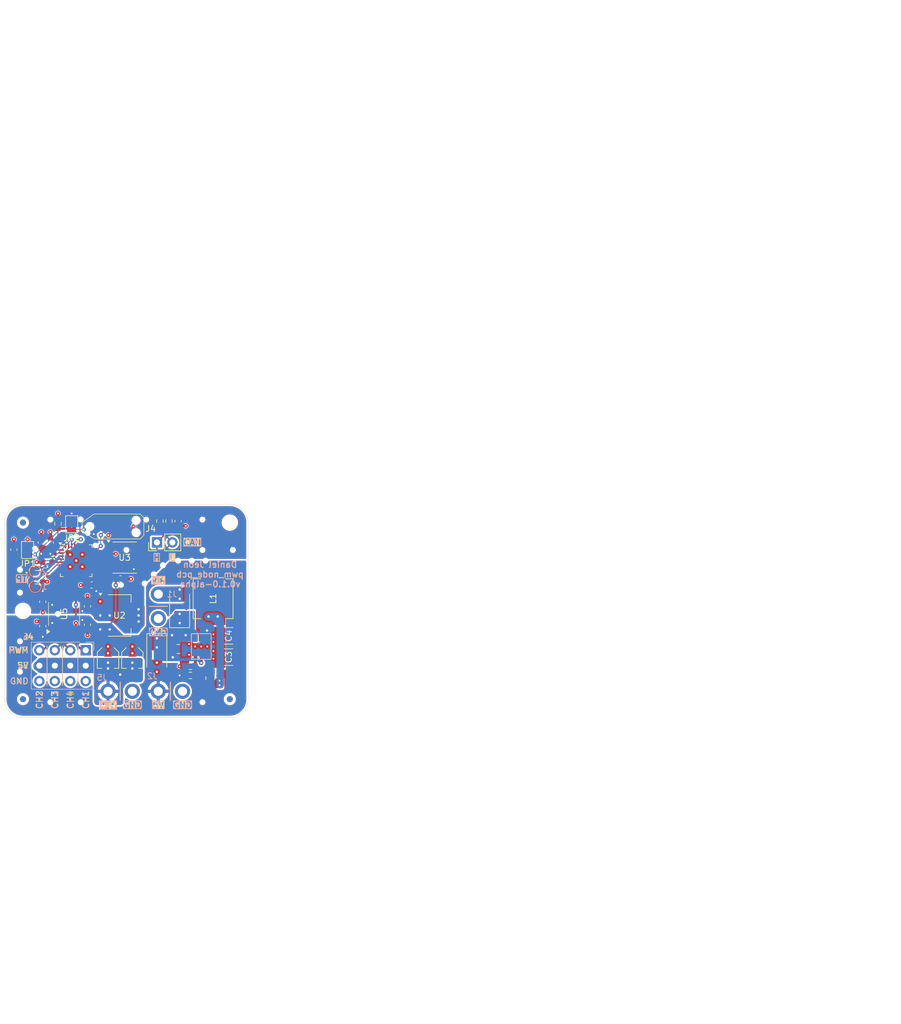
<source format=kicad_pcb>
(kicad_pcb (version 20241229) (generator "pcbnew") (generator_version "9.0")
  (title_block (title "pwm_node_pcb") (rev "0.1.0-alpha") (company "Daniel Jeon"))
  (layers (0 "F.Cu" signal) (4 "In1.Cu" power) (6 "In2.Cu" power) (2 "B.Cu" signal) (13 "F.Paste" user) (15 "B.Paste" user) (5 "F.SilkS" user "F.Silkscreen") (7 "B.SilkS" user "B.Silkscreen") (1 "F.Mask" user) (3 "B.Mask" user) (25 "Edge.Cuts" user))
  (net 0 "")
  (net 1 "GND")
  (net 2 "+5V")
  (net 3 "+3V3")
  (net 4 "+VSUPPLY")
  (net 5 "/NRST")
  (net 6 "/CAN1-")
  (net 7 "/CAN1+")
  (net 8 "/SWCLK")
  (net 9 "/SWDIO")
  (net 10 "/SWO")
  (net 11 "/PWM1_{5V}")
  (net 12 "/PWM2_{5V}")
  (net 13 "/PWM3_{5V}")
  (net 14 "/PWM4_{5V}")
  (net 15 "/BOOT0")
  (net 16 "/CAN1_TX")
  (net 17 "/CAN1_RX")
  (net 18 "/BUCK_SW")
  (net 19 "/TIM1_CH1")
  (net 20 "/TIM1_CH2")
  (net 21 "/TIM1_CH4")
  (net 22 "/TIM1_CH3")
  (net 25 "/USART1_RX")
  (net 30 "/USART1_TX")
  (net 38 "Net-(C13-Pad1)")
  (net 39 "Net-(D1-A)")
  (net 42 "Net-(U4-PA0)")
  (net 43 "Net-(U1-CB)")
  (net 44 "Net-(U1-FB)")
  (net 46 "+V_LOAD")
  (footprint "Diode_SMD:D_SMA" (layer "F.Cu") (at 165.5 112.5 90)
    (property "Reference" "D1" (hide yes))
    (property "Value" "Schottky")
  )
  (footprint "Capacitor_SMD:C_0603_1608Metric" (layer "F.Cu") (at 142.75 102.025 90)
    (property "Reference" "C11" (hide yes))
    (property "Value" "4u7")
  )
  (footprint "Capacitor_SMD:C_0603_1608Metric" (layer "F.Cu") (at 165.25 98.5 -90)
    (property "Reference" "C13" (hide yes))
    (property "Value" "4n7")
  )
  (footprint "Fiducial:Fiducial_1mm_Mask2mm" (layer "F.Cu") (at 139.75 127.75)
    (property "Reference" "FM2" (hide yes))
    (property "Value" "1mm")
  )
  (footprint "pwm_node_inductor:vishay_ihlp-2525cz" (layer "F.Cu") (at 171 111.25 90)
    (property "Reference" "L1")
    (property "Value" "6u8")
  )
  (footprint "Capacitor_SMD:C_0603_1608Metric" (layer "F.Cu") (at 143 115.75 90)
    (property "Reference" "C14" (hide yes))
    (property "Value" "100n")
  )
  (footprint "Resistor_SMD:R_0603_1608Metric" (layer "F.Cu") (at 167.275 123.85 180)
    (property "Reference" "R1" (hide yes))
    (property "Value" "100k")
  )
  (footprint "Capacitor_SMD:C_Elec_3x5.4" (layer "F.Cu") (at 153.73 120.925 -90)
    (property "Reference" "C17" (hide yes))
    (property "Value" "2200u")
  )
  (footprint "Resistor_SMD:R_0603_1608Metric" (layer "F.Cu") (at 163.75 98.5 90)
    (property "Reference" "R3" (hide yes))
    (property "Value" "60R")
  )
  (footprint "Jumper:SolderJumper-2_P1.3mm_Open_TrianglePad1.0x1.5mm" (layer "F.Cu") (at 147.75 99.025 -90)
    (property "Reference" "JP2")
    (property "Value" "Open")
  )
  (footprint "Capacitor_SMD:C_0603_1608Metric" (layer "F.Cu") (at 144.25 102.025 90)
    (property "Reference" "C8" (hide yes))
    (property "Value" "100n")
  )
  (footprint "Capacitor_SMD:C_Elec_3x5.4" (layer "F.Cu") (at 157.73 120.925 -90)
    (property "Reference" "C16" (hide yes))
    (property "Value" "2200u")
  )
  (footprint "Capacitor_SMD:C_0805_2012Metric" (layer "F.Cu") (at 170.55 124.3 -90)
    (property "Reference" "C1" (hide yes))
    (property "Value" "100n")
  )
  (footprint "Diode_SMD:D_SMA" (layer "F.Cu") (at 161.75 120.5 -90)
    (property "Reference" "D2" (hide yes))
    (property "Value" "TVS")
  )
  (footprint "Fiducial:Fiducial_1mm_Mask2mm" (layer "F.Cu") (at 173.75 127.75)
    (property "Reference" "FM3" (hide yes))
    (property "Value" "1mm")
  )
  (footprint "Resistor_SMD:R_0603_1608Metric" (layer "F.Cu") (at 167.275 122.35 180)
    (property "Reference" "R2" (hide yes))
    (property "Value" "13k7")
  )
  (footprint "Capacitor_SMD:C_0603_1608Metric" (layer "F.Cu") (at 151.025 109 180)
    (property "Reference" "C10" (hide yes))
    (property "Value" "100n")
  )
  (footprint "Capacitor_SMD:C_1210_3225Metric" (layer "F.Cu") (at 173.55 120.85)
    (property "Reference" "C3")
    (property "Value" "22u")
  )
  (footprint "Connector_PinHeader_2.54mm:PinHeader_1x02_P2.54mm_Vertical" (layer "F.Cu") (at 161.77 102 90)
    (property "Reference" "J4")
    (property "Value" "CAN1")
  )
  (footprint "ti_buck:lmr51430" (layer "F.Cu") (at 169.05 119.1 -90)
    (property "Reference" "U1" (hide yes))
    (property "Value" "LMR51430")
  )
  (footprint "Capacitor_SMD:C_0603_1608Metric" (layer "F.Cu") (at 150.35 112.5 90)
    (property "Reference" "C6" (hide yes))
    (property "Value" "10u")
  )
  (footprint "Capacitor_SMD:C_0805_2012Metric" (layer "F.Cu") (at 165.3 119.521)
    (property "Reference" "C2" (hide yes))
    (property "Value" "2u2")
  )
  (footprint "Capacitor_SMD:C_0603_1608Metric" (layer "F.Cu") (at 143 111.75 -90)
    (property "Reference" "C15" (hide yes))
    (property "Value" "100n")
  )
  (footprint "Fiducial:Fiducial_1mm_Mask2mm" (layer "F.Cu") (at 139.75 98.75)
    (property "Reference" "FM1" (hide yes))
    (property "Value" "1mm")
  )
  (footprint "Capacitor_SMD:C_0603_1608Metric" (layer "F.Cu") (at 138.25 103.2 -90)
    (property "Reference" "C12" (hide yes))
    (property "Value" "100n")
  )
  (footprint "Oscillator:Oscillator_SMD_ECS_2520MV-xxx-xx-4Pin_2.5x2.0mm" (layer "F.Cu") (at 142.075 107.725 90)
    (property "Reference" "Y1" (hide yes))
    (property "Value" "ECS-2520MV-080-BN")
  )
  (footprint "Jumper:SolderJumper-2_P1.3mm_Open_TrianglePad1.0x1.5mm" (layer "F.Cu") (at 140.5 103.25 -90)
    (property "Reference" "JP1")
    (property "Value" "Open")
  )
  (footprint "Package_TO_SOT_SMD:SOT-223-3_TabPin2" (layer "F.Cu") (at 155.6 114)
    (property "Reference" "U2")
    (property "Value" "LD1117S33CTR")
  )
  (footprint "stm32l4:QFN-32-1EP_5x5mm_P0.5mm_EP3.45x3.45mm" (layer "F.Cu") (at 148.5 105)
    (property "Reference" "U4" (hide yes))
    (property "Value" "STM32L432KCU")
  )
  (footprint "MountingHole:MountingHole_2.2mm_M2" (layer "F.Cu") (at 139.75 113.25)
    (property "Reference" "H1" (hide yes))
    (property "Value" "M2")
  )
  (footprint "Resistor_SMD:R_0603_1608Metric" (layer "F.Cu") (at 162.25 98.5 90)
    (property "Reference" "R4" (hide yes))
    (property "Value" "60R")
  )
  (footprint "common:txb0104qpwrq1" (layer "F.Cu") (at 146.5 113.75 90)
    (property "Reference" "U5")
    (property "Value" "TXB0104QPWRQ1")
  )
  (footprint "MountingHole:MountingHole_2.2mm_M2" (layer "F.Cu") (at 173.75 98.75)
    (property "Reference" "H2" (hide yes))
    (property "Value" "M2")
  )
  (footprint "Capacitor_SMD:C_1210_3225Metric" (layer "F.Cu") (at 173.55 117.35)
    (property "Reference" "C4")
    (property "Value" "22u")
  )
  (footprint "Resistor_SMD:R_0603_1608Metric" (layer "F.Cu") (at 145.5 98.925 90)
    (property "Reference" "R5" (hide yes))
    (property "Value" "10k")
  )
  (footprint "Capacitor_SMD:C_0603_1608Metric" (layer "F.Cu") (at 150.35 115.525 -90)
    (property "Reference" "C5" (hide yes))
    (property "Value" "100n")
  )
  (footprint "Capacitor_SMD:C_0603_1608Metric" (layer "F.Cu") (at 143.75 105.25 180)
    (property "Reference" "C9" (hide yes))
    (property "Value" "100n")
  )
  (footprint "nxp:sot96-1_soic-8" (layer "F.Cu") (at 156.465 104.5)
    (property "Reference" "U3")
    (property "Value" "TJA1051T/3")
  )
  (footprint "tag_connect:tag_connect_tc2050-idc-nl" (layer "F.Cu") (at 154.54 99.385)
    (property "Reference" "J3" (hide yes))
    (property "Value" "TC2050-IDC-NL")
  )
  (footprint "Capacitor_SMD:C_0603_1608Metric" (layer "F.Cu") (at 155.775 108)
    (property "Reference" "C7" (hide yes))
    (property "Value" "100n")
  )
  (footprint "pwm_node_connectors:battery" (layer "B.Cu") (at 155.73 126.46)
    (property "Reference" "J5")
    (property "Value" "Load Source")
  )
  (footprint "pwm_node_connectors:battery" (layer "B.Cu") (at 163.98 126.46)
    (property "Reference" "J2")
    (property "Value" "5V Breakout")
  )
  (footprint "TestPoint:TestPoint_Pad_D1.5mm" (layer "B.Cu") (at 141.75 109.25 180)
    (property "Reference" "TP1" (hide yes))
    (property "Value" "UART_RX")
  )
  (footprint "Fiducial:Fiducial_1mm_Mask2mm" (layer "B.Cu") (at 139.75 127.75 180)
    (property "Reference" "FM5" (hide yes))
    (property "Value" "1mm")
  )
  (footprint "pwm_node_connectors:battery" (layer "B.Cu") (at 162 112.5 -90)
    (property "Reference" "J1")
    (property "Value" "Battery")
  )
  (footprint "Fiducial:Fiducial_1mm_Mask2mm" (layer "B.Cu") (at 173.75 127.75 180)
    (property "Reference" "FM6" (hide yes))
    (property "Value" "1mm")
  )
  (footprint "Fiducial:Fiducial_1mm_Mask2mm" (layer "B.Cu") (at 139.75 98.75 180)
    (property "Reference" "FM4" (hide yes))
    (property "Value" "1mm")
  )
  (footprint "TestPoint:TestPoint_Pad_D1.5mm" (layer "B.Cu") (at 141.75 106.75 180)
    (property "Reference" "TP2" (hide yes))
    (property "Value" "UART_TX")
  )
  (footprint "pwm_node_connectors:3x4_2-54mm_breakout" (layer "B.Cu") (at 146.25 122.25 180)
    (property "Reference" "J6")
    (property "Value" "~")
  )
  (gr_line (start 163.5 112.5) (end 160.5 112.5) (stroke (width 0.15)) (layer "F.SilkS"))
  (gr_line (start 155.73 127.96) (end 155.73 124.96) (stroke (width 0.15)) (layer "F.SilkS"))
  (gr_line (start 163.98 127.96) (end 163.98 124.96) (stroke (width 0.15)) (layer "F.SilkS"))
  (gr_line (start 143.71 119) (end 143.71 125.5) (stroke (width 0.1)) (layer "F.SilkS"))
  (gr_line (start 146.25 119) (end 146.25 125.5) (stroke (width 0.1)) (layer "F.SilkS"))
  (gr_line (start 148.79 119) (end 148.79 125.5) (stroke (width 0.1)) (layer "F.SilkS"))
  (gr_line (start 148.79 119) (end 148.79 125.5) (stroke (width 0.1)) (layer "B.SilkS"))
  (gr_line (start 163.98 127.96) (end 163.98 124.96) (stroke (width 0.15)) (layer "B.SilkS"))
  (gr_line (start 143.71 119) (end 143.71 125.5) (stroke (width 0.1)) (layer "B.SilkS"))
  (gr_line (start 146.25 119) (end 146.25 125.5) (stroke (width 0.1)) (layer "B.SilkS"))
  (gr_line (start 163.5 112.5) (end 160.5 112.5) (stroke (width 0.15)) (layer "B.SilkS"))
  (gr_line (start 155.73 127.96) (end 155.73 124.96) (stroke (width 0.15)) (layer "B.SilkS"))
  (gr_arc (start 176.75 127.75) (mid 175.87132 129.87132) (end 173.75 130.75) (stroke (width 0.05)) (layer "Edge.Cuts"))
  (gr_arc (start 139.75 130.75) (mid 137.62868 129.87132) (end 136.75 127.75) (stroke (width 0.05)) (layer "Edge.Cuts"))
  (gr_line (start 139.75 95.75) (end 173.75 95.75) (stroke (width 0.05)) (layer "Edge.Cuts"))
  (gr_arc (start 173.75 95.75) (mid 175.87132 96.62868) (end 176.75 98.75) (stroke (width 0.05)) (layer "Edge.Cuts"))
  (gr_line (start 173.75 130.75) (end 139.75 130.75) (stroke (width 0.05)) (layer "Edge.Cuts"))
  (gr_line (start 136.75 127.75) (end 136.75 98.75) (stroke (width 0.05)) (layer "Edge.Cuts"))
  (gr_arc (start 136.75 98.75) (mid 137.62868 96.62868) (end 139.75 95.75) (stroke (width 0.05)) (layer "Edge.Cuts"))
  (gr_line (start 176.75 98.75) (end 176.75 127.75) (stroke (width 0.05)) (layer "Edge.Cuts"))
  (gr_text "GND" (at 165.98 128.71 0) (layer "F.SilkS" knockout) (effects (font (size 1 1) (thickness 0.2) (bold yes))))
  (gr_text "CH2" (at 142.44 126.25 90) (layer "F.SilkS") (effects (font (size 1 1)) (justify right)))
  (gr_text "PWM" (at 140.75 119.71 0) (layer "F.SilkS") (effects (font (size 1 1)) (justify right)))
  (gr_text "V+" (at 162 108.25 0) (layer "F.SilkS" knockout) (effects (font (size 1 1) (thickness 0.2) (bold yes))))
  (gr_text "L" (at 164.2725 104.5 0) (layer "F.SilkS" knockout) (effects (font (size 1 1) (thickness 0.2) (bold yes))))
  (gr_text "5V" (at 140.75 122.25 0) (layer "F.SilkS") (effects (font (size 1 1)) (justify right)))
  (gr_text "GND" (at 140.75 124.79 0) (layer "F.SilkS") (effects (font (size 1 1)) (justify right)))
  (gr_text "J4" (at 140.64 117.5 -0) (layer "F.SilkS") (effects (font (size 1 1))))
  (gr_text "V_{L}+" (at 153.73 128.71 0) (layer "F.SilkS" knockout) (effects (font (size 1 1) (thickness 0.2) (bold yes))))
  (gr_text "CH4" (at 147.52 126.25 90) (layer "F.SilkS") (effects (font (size 1 1)) (justify right)))
  (gr_text "CH1" (at 150.06 126.25 90) (layer "F.SilkS") (effects (font (size 1 1)) (justify right)))
  (gr_text "H" (at 161.7325 104.5 0) (layer "F.SilkS" knockout) (effects (font (size 1 1) (thickness 0.2) (bold yes))))
  (gr_text "5V" (at 161.98 128.71 0) (layer "F.SilkS" knockout) (effects (font (size 1 1) (thickness 0.2) (bold yes))))
  (gr_text "GND" (at 157.73 128.71 0) (layer "F.SilkS" knockout) (effects (font (size 1 1) (thickness 0.2) (bold yes))))
  (gr_text "CAN" (at 166 102 0) (layer "F.SilkS" knockout) (effects (font (size 1 1) (thickness 0.2) (bold yes)) (justify left)))
  (gr_text "CH3" (at 144.98 126.25 90) (layer "F.SilkS") (effects (font (size 1 1)) (justify right)))
  (gr_text "CH1" (at 150.06 126.25 270) (layer "B.SilkS") (effects (font (size 1 1)) (justify right mirror)))
  (gr_text "5V" (at 140.75 122.25 0) (layer "B.SilkS") (effects (font (size 1 1)) (justify left mirror)))
  (gr_text "CH4" (at 147.52 126.25 270) (layer "B.SilkS") (effects (font (size 1 1)) (justify right mirror)))
  (gr_text "V_{L}+" (at 153.73 128.71 0) (layer "B.SilkS" knockout) (effects (font (size 1 1) (thickness 0.2) (bold yes)) (justify mirror)))
  (gr_text "CH2" (at 142.44 126.25 270) (layer "B.SilkS") (effects (font (size 1 1)) (justify right mirror)))
  (gr_text "GND" (at 157.73 128.71 -0) (layer "B.SilkS" knockout) (effects (font (size 1 1) (thickness 0.2) (bold yes)) (justify mirror)))
  (gr_text "GND" (at 140.75 124.79 0) (layer "B.SilkS") (effects (font (size 1 1)) (justify left mirror)))
  (gr_text "PWM" (at 140.75 119.71 0) (layer "B.SilkS") (effects (font (size 1 1)) (justify left mirror)))
  (gr_text "H" (at 161.75 104.5 -0) (layer "B.SilkS" knockout) (effects (font (size 1 1) (thickness 0.2) (bold yes)) (justify mirror)))
  (gr_text "L" (at 164.25 104.5 -0) (layer "B.SilkS" knockout) (effects (font (size 1 1) (thickness 0.2) (bold yes)) (justify mirror)))
  (gr_text "Daniel Jeon\npwm_node_pcb\nv0.1.0-alpha" (at 170.5 107.25 0) (layer "B.SilkS") (effects (font (size 1 1) (thickness 0.2) (bold yes)) (justify mirror)))
  (gr_text "1" (at 142.7 109.25 0) (layer "B.SilkS") (effects (font (size 1 1)) (justify right mirror)))
  (gr_text "2" (at 142.7 106.75 0) (layer "B.SilkS") (effects (font (size 1 1)) (justify right mirror)))
  (gr_text "GND" (at 165.98 128.71 0) (layer "B.SilkS" knockout) (effects (font (size 1 1) (thickness 0.2) (bold yes)) (justify mirror)))
  (gr_text "TP" (at 140.5 108 0) (layer "B.SilkS" knockout) (effects (font (size 1 1) (thickness 0.2) (bold yes)) (justify left mirror)))
  (gr_text "CH3" (at 144.98 126.25 270) (layer "B.SilkS") (effects (font (size 1 1)) (justify right mirror)))
  (gr_text "5V" (at 161.98 128.71 0) (layer "B.SilkS" knockout) (effects (font (size 1 1) (thickness 0.2) (bold yes)) (justify mirror)))
  (gr_text "GND" (at 162 116.75 0) (layer "B.SilkS" knockout) (effects (font (size 1 1) (thickness 0.2) (bold yes)) (justify mirror)))
  (gr_text "CAN" (at 166 102 0) (layer "B.SilkS" knockout) (effects (font (size 1 1) (thickness 0.2) (bold yes)) (justify right mirror)))
  (gr_text "V+" (at 162 108.25 0) (layer "B.SilkS" knockout) (effects (font (size 1 1) (thickness 0.2) (bold yes)) (justify mirror)))
  (segment (start 148.45 115.25) (end 148.45 116.65) (width 0.3) (layer "F.Cu") (net 1))
  (segment (start 150.25 109) (end 149.25 109) (width 0.5) (layer "F.Cu") (net 1))
  (segment (start 142.75 100.3) (end 142.75 101.25) (width 0.5) (layer "F.Cu") (net 1))
  (segment (start 150.35 111.725) (end 152.425 111.725) (width 0.5) (layer "F.Cu") (net 1))
  (segment (start 157.279761 100.02) (end 157.08 100.02) (width 0.3) (layer "F.Cu") (net 1))
  (segment (start 143 112.525) (end 143 113.5) (width 0.5) (layer "F.Cu") (net 1))
  (segment (start 157.914762 99.384999) (end 157.279761 100.02) (width 0.3) (layer "F.Cu") (net 1))
  (segment (start 153.795849 100.803618) (end 153.795849 100.764151) (width 0.3) (layer "F.Cu") (net 1))
  (segment (start 138.25 102.425) (end 138.25 101.5) (width 0.5) (layer "F.Cu") (net 1))
  (segment (start 156.55 108) (end 157.5 108) (width 0.5) (layer "F.Cu") (net 1))
  (segment (start 166.5 99.275) (end 165.25 99.275) (width 0.5) (layer "F.Cu") (net 1))
  (segment (start 144.25 101.25) (end 144.25 100.3) (width 0.5) (layer "F.Cu") (net 1))
  (segment (start 145.5 98.1) (end 145.5 97.25) (width 0.5) (layer "F.Cu") (net 1))
  (segment (start 142.75 101.25) (end 144.25 101.25) (width 0.5) (layer "F.Cu") (net 1))
  (segment (start 146.75 102.5625) (end 145.5625 102.5625) (width 0.15) (layer "F.Cu") (net 1))
  (segment (start 142 114.975) (end 143 114.975) (width 0.5) (layer "F.Cu") (net 1))
  (segment (start 140.5 101.5) (end 140.5 102.525) (width 0.5) (layer "F.Cu") (net 1))
  (segment (start 155 103.865) (end 153.815 103.865) (width 0.3) (layer "F.Cu") (net 1))
  (segment (start 143.75 108.45) (end 143 108.45) (width 0.5) (layer "F.Cu") (net 1))
  (segment (start 153.795849 100.764151) (end 154.54 100.02) (width 0.3) (layer "F.Cu") (net 1))
  (segment (start 150.35 111.725) (end 150.35 110.75) (width 0.5) (layer "F.Cu") (net 1))
  (segment (start 145.5625 102.5625) (end 144.25 101.25) (width 0.15) (layer "F.Cu") (net 1))
  (segment (start 142 105.25) (end 142.975 105.25) (width 0.5) (layer "F.Cu") (net 1))
  (segment (start 165.5 122.35) (end 166.45 122.35) (width 0.5) (layer "F.Cu") (net 1))
  (segment (start 152.425 111.725) (end 152.45 111.7) (width 0.5) (layer "F.Cu") (net 1))
  (segment (start 150.35 116.3) (end 150.35 117.25) (width 0.5) (layer "F.Cu") (net 1))
  (segment (start 150.25 109) (end 150.25 107.4375) (width 0.15) (layer "F.Cu") (net 1))
  (via (at 142.75 100.3) (size 0.7) (drill 0.3) (layers "F.Cu" "B.Cu") (remove_unused_layers yes) (zone_layer_connections "In1.Cu" "In2.Cu") (net 1))
  (via (at 148.5 105) (size 0.9) (drill 0.4) (layers "F.Cu" "B.Cu") (remove_unused_layers yes) (zone_layer_connections "In1.Cu" "In2.Cu") (net 1))
  (via (at 161.75 121.75) (size 0.9) (drill 0.4) (layers "F.Cu" "B.Cu") (remove_unused_layers yes) (zone_layer_connections "In1.Cu" "In2.Cu") (net 1))
  (via (at 144.25 128.25) (size 0.9) (drill 0.4) (layers "F.Cu" "B.Cu") (remove_unused_layers yes) (zone_layer_connections "In1.Cu" "In2.Cu") (net 1))
  (via (at 157.5 108) (size 0.7) (drill 0.3) (layers "F.Cu" "B.Cu") (remove_unused_layers yes) (zone_layer_connections "In1.Cu" "In2.Cu") (net 1))
  (via (at 149.5 104) (size 0.9) (drill 0.4) (layers "F.Cu" "B.Cu") (remove_unused_layers yes) (zone_layer_connections "In1.Cu" "In2.Cu") (net 1))
  (via (at 153.73 119.1) (size 0.9) (drill 0.4) (layers "F.Cu" "B.Cu") (remove_unused_layers yes) (zone_layer_connections "In1.Cu" "In2.Cu") (net 1))
  (via (at 139.25 118.25) (size 0.9) (drill 0.4) (layers "F.Cu" "B.Cu") (remove_unused_layers yes) (zone_layer_connections "In1.Cu" "In2.Cu") (net 1))
  (via (at 147.5 106) (size 0.9) (drill 0.4) (layers "F.Cu" "B.Cu") (remove_unused_layers yes) (zone_layer_connections "In1.Cu" "In2.Cu") (net 1))
  (via (at 141.725 102.997922) (size 0.7) (drill 0.3) (layers "F.Cu" "B.Cu") (remove_unused_layers yes) (zone_layer_connections "In1.Cu" "In2.Cu") (net 1))
  (via (at 171.05 119.85) (size 0.7) (drill 0.3) (layers "F.Cu" "B.Cu") (remove_unused_layers yes) (zone_layer_connections "F.Cu" "In1.Cu" "In2.Cu") (net 1))
  (via (at 161.25 107.25) (size 0.9) (drill 0.4) (layers "F.Cu" "B.Cu") (remove_unused_layers yes) (zone_layer_connections "In1.Cu" "In2.Cu") (net 1))
  (via (at 155 103.865) (size 0.7) (drill 0.3) (layers "F.Cu" "B.Cu") (remove_unused_layers yes) (zone_layer_connections "In1.Cu" "In2.Cu") (net 1))
  (via (at 157.73 119.1) (size 0.9) (drill 0.4) (layers "F.Cu" "B.Cu") (remove_unused_layers yes) (zone_layer_connections "In1.Cu" "In2.Cu") (net 1))
  (via (at 161.75 123.25) (size 0.9) (drill 0.4) (layers "F.Cu" "B.Cu") (remove_unused_layers yes) (zone_layer_connections "In1.Cu" "In2.Cu") (net 1))
  (via (at 170.05 119.1) (size 0.7) (drill 0.3) (layers "F.Cu" "B.Cu") (remove_unused_layers yes) (zone_layer_connections "F.Cu" "In1.Cu" "In2.Cu") (net 1))
  (via (at 147.5 104) (size 0.9) (drill 0.4) (layers "F.Cu" "B.Cu") (remove_unused_layers yes) (zone_layer_connections "In1.Cu" "In2.Cu") (net 1))
  (via (at 167.5 105) (size 0.9) (drill 0.4) (layers "F.Cu" "B.Cu") (remove_unused_layers yes) (zone_layer_connections "In1.Cu" "In2.Cu") (net 1))
  (via (at 148.489789 101.018252) (size 0.7) (drill 0.3) (layers "F.Cu" "B.Cu") (remove_unused_layers yes) (zone_layer_connections "In1.Cu" "In2.Cu") (net 1))
  (via (at 155.900003 109) (size 0.7) (drill 0.3) (layers "F.Cu" "B.Cu") (remove_unused_layers yes) (zone_layer_connections "In1.Cu" "In2.Cu") (net 1))
  (via (at 148.45 115.25) (size 0.7) (drill 0.3) (layers "F.Cu" "B.Cu") (remove_unused_layers yes) (zone_layer_connections "In1.Cu" "In2.Cu") (net 1))
  (via (at 142 105.25) (size 0.7) (drill 0.3) (layers "F.Cu" "B.Cu") (remove_unused_layers yes) (zone_layer_connections "In1.Cu" "In2.Cu") (net 1))
  (via (at 162.75 105.75) (size 0.9) (drill 0.4) (layers "F.Cu" "B.Cu") (remove_unused_layers yes) (zone_layer_connections "In1.Cu" "In2.Cu") (net 1))
  (via (at 156.75 103.25) (size 0.9) (drill 0.4) (layers "F.Cu" "B.Cu") (remove_unused_layers yes) (zone_layer_connections "In1.Cu" "In2.Cu") (net 1))
  (via (at 140.5 101.5) (size 0.7) (drill 0.3) (layers "F.Cu" "B.Cu") (remove_unused_layers yes) (zone_layer_connections "In1.Cu" "In2.Cu") (net 1))
  (via (at 150.410537 100.481175) (size 0.7) (drill 0.3) (layers "F.Cu" "B.Cu") (remove_unused_layers yes) (zone_layer_connections "In1.Cu" "In2.Cu") (net 1))
  (via (at 152.45 111.7) (size 0.9) (drill 0.4) (layers "F.Cu" "B.Cu") (remove_unused_layers yes) (zone_layer_connections "In1.Cu" "In2.Cu") (net 1))
  (via (at 138.25 101.5) (size 0.7) (drill 0.3) (layers "F.Cu" "B.Cu") (remove_unused_layers yes) (zone_layer_connections "In1.Cu" "In2.Cu") (net 1))
  (via (at 166.5 99.275) (size 0.7) (drill 0.3) (layers "F.Cu" "B.Cu") (remove_unused_layers yes) (zone_layer_connections "In1.Cu" "In2.Cu") (net 1))
  (via (at 157.914762 99.384999) (size 0.7) (drill 0.3) (layers "F.Cu" "B.Cu") (remove_unused_layers yes) (zone_layer_connections "In1.Cu" "In2.Cu") (net 1))
  (via (at 169.25 103.25) (size 0.9) (drill 0.4) (layers "F.Cu" "B.Cu") (remove_unused_layers yes) (zone_layer_connections "In1.Cu" "In2.Cu") (net 1))
  (via (at 159.75 108.75) (size 0.9) (drill 0.4) (layers "F.Cu" "B.Cu") (remove_unused_layers yes) (zone_layer_connections "In1.Cu" "In2.Cu") (net 1))
  (via (at 168.05 119.1) (size 0.7) (drill 0.3) (layers "F.Cu" "B.Cu") (remove_unused_layers yes) (zone_layer_connections "F.Cu" "In1.Cu" "In2.Cu") (net 1))
  (via (at 150.35 110.75) (size 0.7) (drill 0.3) (layers "F.Cu" "B.Cu") (remove_unused_layers yes) (zone_layer_connections "In1.Cu" "In2.Cu") (net 1))
  (via (at 167.05 118.7) (size 0.7) (drill 0.3) (layers "F.Cu" "B.Cu") (remove_unused_layers yes) (zone_layer_connections "F.Cu" "In1.Cu" "In2.Cu") (net 1))
  (via (at 171.05 121.1) (size 0.7) (drill 0.3) (layers "F.Cu" "B.Cu") (remove_unused_layers yes) (zone_layer_connections "F.Cu" "In1.Cu" "In2.Cu") (net 1))
  (via (at 171.05 117.1) (size 0.7) (drill 0.3) (layers "F.Cu" "B.Cu") (remove_unused_layers yes) (zone_layer_connections "F.Cu" "In1.Cu" "In2.Cu") (net 1))
  (via (at 143.75 108.45) (size 0.7) (drill 0.3) (layers "F.Cu" "B.Cu") (remove_unused_layers yes) (zone_layer_connections "In1.Cu" "In2.Cu") (net 1))
  (via (at 143 113.5) (size 0.7) (drill 0.3) (layers "F.Cu" "B.Cu") (remove_unused_layers yes) (zone_layer_connections "In1.Cu" "In2.Cu") (net 1))
  (via (at 149.25 128.25) (size 0.9) (drill 0.4) (layers "F.Cu" "B.Cu") (remove_unused_layers yes) (zone_layer_connections "In1.Cu" "In2.Cu") (net 1))
  (via (at 149.208835 98.208835) (size 0.9) (drill 0.4) (layers "F.Cu" "B.Cu") (remove_unused_layers yes) (zone_layer_connections "In1.Cu" "In2.Cu") (net 1))
  (via (at 139.25 110.25) (size 0.9) (drill 0.4) (layers "F.Cu" "B.Cu") (remove_unused_layers yes) (zone_layer_connections "In1.Cu" "In2.Cu") (net 1))
  (via (at 157.73 120.21) (size 0.9) (drill 0.4) (layers "F.Cu" "B.Cu") (remove_unused_layers yes) (zone_layer_connections "In1.Cu" "In2.Cu") (net 1))
  (via (at 169.05 119.1) (size 0.7) (drill 0.3) (layers "F.Cu" "B.Cu") (remove_unused_layers yes) (zone_layer_connections "F.Cu" "In1.Cu" "In2.Cu") (net 1))
  (via (at 174.25 103.25) (size 0.9) (drill 0.4) (layers "F.Cu" "B.Cu") (remove_unused_layers yes) (zone_layer_connections "In1.Cu" "In2.Cu") (net 1))
  (via (at 150.35 117.25) (size 0.7) (drill 0.3) (layers "F.Cu" "B.Cu") (remove_unused_layers yes) (zone_layer_connections "In1.Cu" "In2.Cu") (net 1))
  (via (at 171.05 118.35) (size 0.7) (drill 0.3) (layers "F.Cu" "B.Cu") (remove_unused_layers yes) (zone_layer_connections "F.Cu" "In1.Cu" "In2.Cu") (net 1))
  (via (at 160 98.25) (size 0.9) (drill 0.4) (layers "F.Cu" "B.Cu") (remove_unused_layers yes) (zone_layer_connections "In1.Cu" "In2.Cu") (net 1))
  (via (at 145.5 113.75) (size 0.9) (drill 0.4) (layers "F.Cu" "B.Cu") (remove_unused_layers yes) (zone_layer_connections "In1.Cu" "In2.Cu") (net 1))
  (via (at 151.642866 102.491019) (size 0.7) (drill 0.3) (layers "F.Cu" "B.Cu") (remove_unused_layers yes) (zone_layer_connections "In1.Cu" "In2.Cu") (net 1))
  (via (at 165.25 105) (size 0.9) (drill 0.4) (layers "F.Cu" "B.Cu") (remove_unused_layers yes) (zone_layer_connections "In1.Cu" "In2.Cu") (net 1))
  (via (at 144.25 98.25) (size 0.9) (drill 0.4) (layers "F.Cu" "B.Cu") (remove_unused_layers yes) (zone_layer_connections "In1.Cu" "In2.Cu") (net 1))
  (via (at 139.25 106.5) (size 0.9) (drill 0.4) (layers "F.Cu" "B.Cu") (remove_unused_layers yes) (zone_layer_connections "In1.Cu" "In2.Cu") (net 1))
  (via (at 165.5 122.35) (size 0.7) (drill 0.3) (layers "F.Cu" "B.Cu") (remove_unused_layers yes) (zone_layer_connections "F.Cu" "In1.Cu" "In2.Cu") (net 1))
  (via (at 153.73 120.21) (size 0.9) (drill 0.4) (layers "F.Cu" "B.Cu") (remove_unused_layers yes) (zone_layer_connections "In1.Cu" "In2.Cu") (net 1))
  (via (at 139.25 123.25) (size 0.9) (drill 0.4) (layers "F.Cu" "B.Cu") (remove_unused_layers yes) (zone_layer_connections "In1.Cu" "In2.Cu") (net 1))
  (via (at 142 114.975) (size 0.7) (drill 0.3) (layers "F.Cu" "B.Cu") (remove_unused_layers yes) (zone_layer_connections "In1.Cu" "In2.Cu") (net 1))
  (via (at 169.25 128.25) (size 0.9) (drill 0.4) (layers "F.Cu" "B.Cu") (remove_unused_layers yes) (zone_layer_connections "In1.Cu" "In2.Cu") (net 1))
  (via (at 153.795849 100.803618) (size 0.7) (drill 0.3) (layers "F.Cu" "B.Cu") (remove_unused_layers yes) (zone_layer_connections "In1.Cu" "In2.Cu") (net 1))
  (via (at 149.5 106) (size 0.9) (drill 0.4) (layers "F.Cu" "B.Cu") (remove_unused_layers yes) (zone_layer_connections "In1.Cu" "In2.Cu") (net 1))
  (via (at 149.25 109) (size 0.7) (drill 0.3) (layers "F.Cu" "B.Cu") (remove_unused_layers yes) (zone_layer_connections "In1.Cu" "In2.Cu") (net 1))
  (via (at 169.25 98.25) (size 0.9) (drill 0.4) (layers "F.Cu" "B.Cu") (remove_unused_layers yes) (zone_layer_connections "In1.Cu" "In2.Cu") (net 1))
  (via (at 145.5 97.25) (size 0.7) (drill 0.3) (layers "F.Cu" "B.Cu") (remove_unused_layers yes) (zone_layer_connections "In1.Cu" "In2.Cu") (net 1))
  (via (at 167.05 120.45) (size 0.7) (drill 0.3) (layers "F.Cu" "B.Cu") (remove_unused_layers yes) (zone_layer_connections "F.Cu" "In1.Cu" "In2.Cu") (net 1))
  (via (at 169.75 105) (size 0.9) (drill 0.4) (layers "F.Cu" "B.Cu") (remove_unused_layers yes) (zone_layer_connections "In1.Cu" "In2.Cu") (net 1))
  (via (at 144.25 100.3) (size 0.7) (drill 0.3) (layers "F.Cu" "B.Cu") (remove_unused_layers yes) (zone_layer_connections "In1.Cu" "In2.Cu") (net 1))
  (segment (start 154 116.3) (end 152.5 116.3) (width 0.5) (layer "F.Cu") (net 2))
  (segment (start 155 109) (end 155 108) (width 0.3) (layer "F.Cu") (net 2))
  (segment (start 152.45 116.3) (end 151.95 116.3) (width 0.5) (layer "F.Cu") (net 2))
  (segment (start 155 108) (end 155 106) (width 0.3) (layer "F.Cu") (net 2))
  (segment (start 143 116.525) (end 143 117.5) (width 0.5) (layer "F.Cu") (net 2))
  (segment (start 152.45 116.3) (end 150.9 114.75) (width 0.5) (layer "F.Cu") (net 2))
  (segment (start 154.135 105.135) (end 153.815 105.135) (width 0.3) (layer "F.Cu") (net 2))
  (segment (start 148.45 110.85) (end 148.45 112.25) (width 0.3) (layer "F.Cu") (net 2))
  (segment (start 155 106) (end 154.135 105.135) (width 0.3) (layer "F.Cu") (net 2))
  (segment (start 144.55 115.25) (end 144.55 116.65) (width 0.3) (layer "F.Cu") (net 2))
  (segment (start 150.9 114.75) (end 150.35 114.75) (width 0.5) (layer "F.Cu") (net 2))
  (segment (start 150.35 114.75) (end 149.5 114.75) (width 0.5) (layer "F.Cu") (net 2))
  (segment (start 165.5 123.85) (end 166.45 123.85) (width 0.5) (layer "F.Cu") (net 2))
  (via (at 143 117.5) (size 0.7) (drill 0.3) (layers "F.Cu" "B.Cu") (remove_unused_layers yes) (zone_layer_connections "F.Cu" "B.Cu") (net 2))
  (via (at 149.5 114.75) (size 0.7) (drill 0.3) (layers "F.Cu" "B.Cu") (remove_unused_layers yes) (zone_layer_connections "F.Cu" "B.Cu") (net 2))
  (via (at 165.5 123.85) (size 0.7) (drill 0.3) (layers "F.Cu" "B.Cu") (remove_unused_layers yes) (zone_layer_connections "F.Cu" "B.Cu") (net 2))
  (via (at 152.45 116.3) (size 0.9) (drill 0.4) (layers "F.Cu" "B.Cu") (remove_unused_layers yes) (zone_layer_connections "F.Cu" "B.Cu") (net 2))
  (via (at 154 116.3) (size 0.9) (drill 0.4) (layers "F.Cu" "B.Cu") (remove_unused_layers yes) (zone_layer_connections "F.Cu" "B.Cu") (net 2))
  (via (at 144.55 115.25) (size 0.7) (drill 0.3) (layers "F.Cu" "B.Cu") (remove_unused_layers yes) (zone_layer_connections "F.Cu" "B.Cu") (net 2))
  (via (at 148.45 112.25) (size 0.7) (drill 0.3) (layers "F.Cu" "B.Cu") (remove_unused_layers yes) (net 2))
  (via (at 155 109) (size 0.7) (drill 0.3) (layers "F.Cu" "B.Cu") (remove_unused_layers yes) (net 2))
  (segment (start 149.5 114.75) (end 149 114.75) (width 0.3) (layer "B.Cu") (net 2))
  (segment (start 155 114.5) (end 154 115.5) (width 0.3) (layer "B.Cu") (net 2))
  (segment (start 148.45 114.2) (end 148.45 112.25) (width 0.3) (layer "B.Cu") (net 2))
  (segment (start 154 115.5) (end 154 116.3) (width 0.3) (layer "B.Cu") (net 2))
  (segment (start 149 114.75) (end 148.45 114.2) (width 0.3) (layer "B.Cu") (net 2))
  (segment (start 155 109) (end 155 114.5) (width 0.3) (layer "B.Cu") (net 2))
  (segment (start 151.8 108.3) (end 151.8 109) (width 0.15) (layer "F.Cu") (net 3))
  (segment (start 157.965 106.405) (end 159.115 106.405) (width 0.3) (layer "F.Cu") (net 3))
  (segment (start 142.75 102.8) (end 144.25 102.8) (width 0.5) (layer "F.Cu") (net 3))
  (segment (start 150.9375 107.4375) (end 151.8 108.3) (width 0.15) (layer "F.Cu") (net 3))
  (segment (start 141.125 106.975) (end 141.15 107) (width 0.5) (layer "F.Cu") (net 3))
  (segment (start 144.25 103.875) (end 144.25 102.8) (width 0.5) (layer "F.Cu") (net 3))
  (segment (start 152 114) (end 151.275 113.275) (width 0.5) (layer "F.Cu") (net 3))
  (segment (start 150.9375 106.75) (end 150.9375 107.4375) (width 0.15) (layer "F.Cu") (net 3))
  (segment (start 143.763856 106.011144) (end 144.525 105.25) (width 0.5) (layer "F.Cu") (net 3))
  (segment (start 151.8 110) (end 151.8 109) (width 0.5) (layer "F.Cu") (net 3))
  (segment (start 145.05 102.8) (end 144.25 102.8) (width 0.15) (layer "F.Cu") (net 3))
  (segment (start 144.55 110.85) (end 144.55 112.25) (width 0.3) (layer "F.Cu") (net 3))
  (segment (start 151.385 100.635) (end 152 100.02) (width 0.3) (layer "F.Cu") (net 3))
  (segment (start 152.45 114) (end 152 114) (width 0.5) (layer "F.Cu") (net 3))
  (segment (start 141.15 107) (end 141.15 108.45) (width 0.15) (layer "F.Cu") (net 3))
  (segment (start 146.0625 103.25) (end 145.5 103.25) (width 0.15) (layer "F.Cu") (net 3))
  (segment (start 145.5 103.25) (end 145.05 102.8) (width 0.15) (layer "F.Cu") (net 3))
  (segment (start 147.75 98.3) (end 147.75 97.25) (width 0.5) (layer "F.Cu") (net 3))
  (segment (start 150.9375 106.75) (end 151.75 106.75) (width 0.15) (layer "F.Cu") (net 3))
  (segment (start 140.325 106.975) (end 141.125 106.975) (width 0.5) (layer "F.Cu") (net 3))
  (segment (start 151.275 113.275) (end 150.35 113.275) (width 0.5) (layer "F.Cu") (net 3))
  (segment (start 149.5 113.275) (end 150.35 113.275) (width 0.5) (layer "F.Cu") (net 3))
  (segment (start 152.5 114) (end 154 114) (width 0.5) (layer "F.Cu") (net 3))
  (segment (start 146.0625 105.25) (end 144.525 105.25) (width 0.15) (layer "F.Cu") (net 3))
  (segment (start 143 110.975) (end 143 110) (width 0.5) (layer "F.Cu") (net 3))
  (segment (start 143.763856 106.037963) (end 143.763856 106.011144) (width 0.5) (layer "F.Cu") (net 3))
  (segment (start 142.75 103.873368) (end 142.75 102.8) (width 0.5) (layer "F.Cu") (net 3))
  (via (at 143 110) (size 0.7) (drill 0.3) (layers "F.Cu" "B.Cu") (remove_unused_layers yes) (zone_layer_connections "F.Cu" "B.Cu") (net 3))
  (via (at 149.5 113.275) (size 0.7) (drill 0.3) (layers "F.Cu" "B.Cu") (remove_unused_layers yes) (zone_layer_connections "F.Cu" "B.Cu") (net 3))
  (via (at 158.75 115) (size 0.9) (drill 0.4) (layers "F.Cu" "B.Cu") (remove_unused_layers yes) (zone_layer_connections "F.Cu" "B.Cu") (net 3))
  (via (at 158.75 114) (size 0.9) (drill 0.4) (layers "F.Cu" "B.Cu") (remove_unused_layers yes) (zone_layer_connections "F.Cu" "B.Cu") (net 3))
  (via (at 142.75 103.873368) (size 0.7) (drill 0.3) (layers "F.Cu" "B.Cu") (remove_unused_layers yes) (zone_layer_connections "F.Cu" "B.Cu") (net 3))
  (via (at 144.25 103.875) (size 0.7) (drill 0.3) (layers "F.Cu" "B.Cu") (remove_unused_layers yes) (zone_layer_connections "F.Cu" "B.Cu") (net 3))
  (via (at 144.55 112.25) (size 0.7) (drill 0.3) (layers "F.Cu" "B.Cu") (remove_unused_layers yes) (zone_layer_connections "F.Cu" "B.Cu") (net 3))
  (via (at 140.325 106.975) (size 0.7) (drill 0.3) (layers "F.Cu" "B.Cu") (remove_unused_layers yes) (zone_layer_connections "F.Cu" "B.Cu") (net 3))
  (via (at 152.45 114) (size 0.9) (drill 0.4) (layers "F.Cu" "B.Cu") (remove_unused_layers yes) (zone_layer_connections "F.Cu" "B.Cu") (net 3))
  (via (at 151.385 100.635) (size 0.7) (drill 0.3) (layers "F.Cu" "B.Cu") (remove_unused_layers yes) (zone_layer_connections "F.Cu" "B.Cu") (net 3))
  (via (at 154 114) (size 0.9) (drill 0.4) (layers "F.Cu" "B.Cu") (remove_unused_layers yes) (zone_layer_connections "F.Cu" "B.Cu") (net 3))
  (via (at 158.75 113) (size 0.9) (drill 0.4) (layers "F.Cu" "B.Cu") (remove_unused_layers yes) (zone_layer_connections "F.Cu" "B.Cu") (net 3))
  (via (at 151.8 110) (size 0.7) (drill 0.3) (layers "F.Cu" "B.Cu") (remove_unused_layers yes) (zone_layer_connections "F.Cu" "B.Cu") (net 3))
  (via (at 157.965 106.405) (size 0.7) (drill 0.3) (layers "F.Cu" "B.Cu") (remove_unused_layers yes) (zone_layer_connections "F.Cu" "B.Cu") (net 3))
  (via (at 143.763856 106.037963) (size 0.7) (drill 0.3) (layers "F.Cu" "B.Cu") (remove_unused_layers yes) (zone_layer_connections "F.Cu" "B.Cu") (net 3))
  (via (at 147.75 97.25) (size 0.7) (drill 0.3) (layers "F.Cu" "B.Cu") (remove_unused_layers yes) (zone_layer_connections "F.Cu" "B.Cu") (net 3))
  (segment (start 169.05 121.8) (end 169.05 120.45) (width 0.5) (layer "F.Cu") (net 4))
  (segment (start 166.5 117.25) (end 167 117.75) (width 0.5) (layer "F.Cu") (net 4))
  (segment (start 167 117.75) (end 168.1 117.75) (width 0.5) (layer "F.Cu") (net 4))
  (via (at 166.5 117.25) (size 0.9) (drill 0.4) (layers "F.Cu" "B.Cu") (remove_unused_layers yes) (zone_layer_connections "F.Cu" "B.Cu") (net 4))
  (via (at 164.375 120.875) (size 0.9) (drill 0.4) (layers "F.Cu" "B.Cu") (remove_unused_layers yes) (zone_layer_connections "F.Cu" "B.Cu") (net 4))
  (via (at 165.5 113.75) (size 0.9) (drill 0.4) (layers "F.Cu" "B.Cu") (remove_unused_layers yes) (zone_layer_connections "F.Cu" "B.Cu") (net 4))
  (via (at 169.05 121.8) (size 0.7) (drill 0.3) (layers "F.Cu" "B.Cu") (remove_unused_layers yes) (net 4))
  (via (at 165.5 115.25) (size 0.9) (drill 0.4) (layers "F.Cu" "B.Cu") (remove_unused_layers yes) (zone_layer_connections "F.Cu" "B.Cu") (net 4))
  (via (at 161.75 117.75) (size 0.9) (drill 0.4) (layers "F.Cu" "B.Cu") (remove_unused_layers yes) (zone_layer_connections "F.Cu" "B.Cu") (net 4))
  (via (at 164.25 117.25) (size 0.9) (drill 0.4) (layers "F.Cu" "B.Cu") (remove_unused_layers yes) (zone_layer_connections "F.Cu" "B.Cu") (net 4))
  (via (at 161.75 119.25) (size 0.9) (drill 0.4) (layers "F.Cu" "B.Cu") (remove_unused_layers yes) (zone_layer_connections "F.Cu" "B.Cu") (net 4))
  (segment (start 168.5 121.25) (end 169.05 121.8) (width 0.5) (layer "B.Cu") (net 4))
  (segment (start 164.75 121.25) (end 168.5 121.25) (width 0.5) (layer "B.Cu") (net 4))
  (segment (start 164.375 120.875) (end 164.75 121.25) (width 0.5) (layer "B.Cu") (net 4))
  (segment (start 145.214756 104.75) (end 144.964756 104.5) (width 0.15) (layer "F.Cu") (net 5))
  (segment (start 140.5 103.975) (end 138.25 103.975) (width 0.3) (layer "F.Cu") (net 5))
  (segment (start 141.725 103.975) (end 140.5 103.975) (width 0.15) (layer "F.Cu") (net 5))
  (segment (start 151.074336 98.5537) (end 151.270636 98.75) (width 0.15) (layer "F.Cu") (net 5))
  (segment (start 144.964756 104.5) (end 142.25 104.5) (width 0.15) (layer "F.Cu") (net 5))
  (segment (start 149.741389 99.879306) (end 149.741389 99.197975) (width 0.15) (layer "F.Cu") (net 5))
  (segment (start 142.25 104.5) (end 141.725 103.975) (width 0.15) (layer "F.Cu") (net 5))
  (segment (start 150.385664 98.5537) (end 151.074336 98.5537) (width 0.15) (layer "F.Cu") (net 5))
  (segment (start 151.270636 98.75) (end 152 98.75) (width 0.15) (layer "F.Cu") (net 5))
  (segment (start 146.0625 104.75) (end 145.214756 104.75) (width 0.15) (layer "F.Cu") (net 5))
  (segment (start 149.741389 99.197975) (end 150.385664 98.5537) (width 0.15) (layer "F.Cu") (net 5))
  (via (at 141.725 103.975) (size 0.7) (drill 0.3) (layers "F.Cu" "B.Cu") (remove_unused_layers yes) (net 5))
  (via (at 149.741389 99.879306) (size 0.7) (drill 0.3) (layers "F.Cu" "B.Cu") (remove_unused_layers yes) (net 5))
  (segment (start 141.725 103.975) (end 145.820694 99.879306) (width 0.15) (layer "B.Cu") (net 5))
  (segment (start 145.820694 99.879306) (end 149.741389 99.879306) (width 0.15) (layer "B.Cu") (net 5))
  (segment (start 163.25 100.94) (end 163.25 99.825) (width 0.2) (layer "F.Cu") (net 6))
  (segment (start 164.31 102) (end 161.585 104.725) (width 0.2) (layer "F.Cu") (net 6))
  (segment (start 160.500001 104.725) (end 160.090001 105.135) (width 0.2) (layer "F.Cu") (net 6))
  (segment (start 163.25 99.825) (end 163.75 99.325) (width 0.2) (layer "F.Cu") (net 6))
  (segment (start 160.090001 105.135) (end 159.115 105.135) (width 0.2) (layer "F.Cu") (net 6))
  (segment (start 164.31 102) (end 163.25 100.94) (width 0.2) (layer "F.Cu") (net 6))
  (segment (start 161.585 104.725) (end 160.500001 104.725) (width 0.2) (layer "F.Cu") (net 6))
  (segment (start 161.77 102) (end 161.77 103.903603) (width 0.2) (layer "F.Cu") (net 7))
  (segment (start 160.090001 103.865) (end 159.115 103.865) (width 0.2) (layer "F.Cu") (net 7))
  (segment (start 160.500001 104.275) (end 160.090001 103.865) (width 0.2) (layer "F.Cu") (net 7))
  (segment (start 161.77 102) (end 162.75 101.02) (width 0.2) (layer "F.Cu") (net 7))
  (segment (start 161.77 103.903603) (end 161.398603 104.275) (width 0.2) (layer "F.Cu") (net 7))
  (segment (start 162.75 101.02) (end 162.75 99.825) (width 0.2) (layer "F.Cu") (net 7))
  (segment (start 162.75 99.825) (end 162.25 99.325) (width 0.2) (layer "F.Cu") (net 7))
  (segment (start 161.398603 104.275) (end 160.500001 104.275) (width 0.2) (layer "F.Cu") (net 7))
  (segment (start 150.9375 103.25) (end 150.9375 102.3125) (width 0.15) (layer "F.Cu") (net 8))
  (segment (start 154.204 101.626) (end 155.81 100.02) (width 0.15) (layer "F.Cu") (net 8))
  (segment (start 150.9375 102.3125) (end 151.624 101.626) (width 0.15) (layer "F.Cu") (net 8))
  (segment (start 151.624 101.626) (end 154.204 101.626) (width 0.15) (layer "F.Cu") (net 8))
  (segment (start 152.537702 100.752298) (end 153.27 100.02) (width 0.15) (layer "F.Cu") (net 9))
  (segment (start 152.537702 102.587297) (end 151.374999 103.75) (width 0.15) (layer "F.Cu") (net 9))
  (segment (start 151.374999 103.75) (end 150.9375 103.75) (width 0.15) (layer "F.Cu") (net 9))
  (segment (start 152.537702 100.795532) (end 152.537702 100.752298) (width 0.15) (layer "F.Cu") (net 9))
  (via (at 152.537702 100.795532) (size 0.7) (drill 0.3) (layers "F.Cu" "B.Cu") (remove_unused_layers yes) (net 9))
  (via (at 152.537702 102.587297) (size 0.7) (drill 0.3) (layers "F.Cu" "B.Cu") (remove_unused_layers yes) (net 9))
  (segment (start 152.537702 102.587297) (end 152.537702 100.795532) (width 0.15) (layer "B.Cu") (net 9))
  (segment (start 149.75 102.5625) (end 149.75 102) (width 0.15) (layer "F.Cu") (net 10))
  (segment (start 156.33 98) (end 157.08 98.75) (width 0.15) (layer "F.Cu") (net 10))
  (segment (start 150 101.75) (end 150 101.023215) (width 0.15) (layer "F.Cu") (net 10))
  (segment (start 150.442976 98) (end 156.33 98) (width 0.15) (layer "F.Cu") (net 10))
  (segment (start 149.115389 99.327587) (end 150.442976 98) (width 0.15) (layer "F.Cu") (net 10))
  (segment (start 149.75 102) (end 150 101.75) (width 0.15) (layer "F.Cu") (net 10))
  (segment (start 149.115389 100.138604) (end 149.115389 99.327587) (width 0.15) (layer "F.Cu") (net 10))
  (segment (start 150 101.023215) (end 149.115389 100.138604) (width 0.15) (layer "F.Cu") (net 10))
  (segment (start 147.224 117.482606) (end 147.492394 117.751) (width 0.3) (layer "F.Cu") (net 11))
  (segment (start 147.15 117.404303) (end 147.224 117.478303) (width 0.3) (layer "F.Cu") (net 11))
  (segment (start 149.455697 119.71) (end 150.06 119.71) (width 0.3) (layer "F.Cu") (net 11))
  (segment (start 147.492394 117.751) (end 147.496697 117.751) (width 0.3) (layer "F.Cu") (net 11))
  (segment (start 147.224 117.478303) (end 147.224 117.482606) (width 0.3) (layer "F.Cu") (net 11))
  (segment (start 147.15 116.65) (end 147.15 117.404303) (width 0.3) (layer "F.Cu") (net 11))
  (segment (start 147.496697 117.751) (end 149.455697 119.71) (width 0.3) (layer "F.Cu") (net 11))
  (segment (start 143.04 119.71) (end 142.44 119.71) (width 0.3) (layer "F.Cu") (net 12))
  (segment (start 145.2 117.55) (end 143.04 119.71) (width 0.3) (layer "F.Cu") (net 12))
  (segment (start 145.2 116.65) (end 145.2 117.55) (width 0.3) (layer "F.Cu") (net 12))
  (segment (start 145.85 116.65) (end 145.85 118.84) (width 0.3) (layer "F.Cu") (net 13))
  (segment (start 145.85 118.84) (end 144.98 119.71) (width 0.3) (layer "F.Cu") (net 13))
  (segment (start 146.5 118.69) (end 147.52 119.71) (width 0.3) (layer "F.Cu") (net 14))
  (segment (start 146.5 116.65) (end 146.5 118.69) (width 0.3) (layer "F.Cu") (net 14))
  (segment (start 147.25 102) (end 146.5 101.25) (width 0.15) (layer "F.Cu") (net 15))
  (segment (start 146 101.25) (end 145.5 100.75) (width 0.15) (layer "F.Cu") (net 15))
  (segment (start 145.5 100.75) (end 145.5 99.75) (width 0.15) (layer "F.Cu") (net 15))
  (segment (start 146.5 101.25) (end 146 101.25) (width 0.15) (layer "F.Cu") (net 15))
  (segment (start 147.25 102.5625) (end 147.25 102) (width 0.15) (layer "F.Cu") (net 15))
  (segment (start 147.75 99.75) (end 145.5 99.75) (width 0.3) (layer "F.Cu") (net 15))
  (segment (start 150.9375 104.25) (end 152.16 104.25) (width 0.15) (layer "F.Cu") (net 16))
  (segment (start 152.16 104.25) (end 153.815 102.595) (width 0.15) (layer "F.Cu") (net 16))
  (segment (start 150.9375 104.75) (end 152.16 104.75) (width 0.15) (layer "F.Cu") (net 17))
  (segment (start 152.16 104.75) (end 153.815 106.405) (width 0.15) (layer "F.Cu") (net 17))
  (via (at 172.05 124.7) (size 0.7) (drill 0.3) (layers "F.Cu" "B.Cu") (remove_unused_layers yes) (zone_layer_connections "F.Cu" "B.Cu") (net 18))
  (via (at 172.05 125.45) (size 0.7) (drill 0.3) (layers "F.Cu" "B.Cu") (remove_unused_layers yes) (zone_layer_connections "F.Cu" "B.Cu") (net 18))
  (via (at 171.75 114.171) (size 0.9) (drill 0.4) (layers "F.Cu" "B.Cu") (remove_unused_layers yes) (zone_layer_connections "F.Cu" "B.Cu") (net 18))
  (via (at 170.25 114.171) (size 0.9) (drill 0.4) (layers "F.Cu" "B.Cu") (remove_unused_layers yes) (zone_layer_connections "F.Cu" "B.Cu") (net 18))
  (segment (start 147.75 107.4375) (end 147.75 109) (width 0.15) (layer "F.Cu") (net 19))
  (segment (start 147.15 109.6) (end 147.15 110.85) (width 0.15) (layer "F.Cu") (net 19))
  (segment (start 147.75 109) (end 147.15 109.6) (width 0.15) (layer "F.Cu") (net 19))
  (segment (start 145.2 106.675001) (end 145.2 110.85) (width 0.15) (layer "F.Cu") (net 20))
  (segment (start 145.625001 106.25) (end 145.2 106.675001) (width 0.15) (layer "F.Cu") (net 20))
  (segment (start 146.0625 106.25) (end 145.625001 106.25) (width 0.15) (layer "F.Cu") (net 20))
  (segment (start 146.75 109) (end 146.5 109.25) (width 0.15) (layer "F.Cu") (net 21))
  (segment (start 146.5 109.25) (end 146.5 110.85) (width 0.15) (layer "F.Cu") (net 21))
  (segment (start 146.75 107.4375) (end 146.75 109) (width 0.15) (layer "F.Cu") (net 21))
  (segment (start 146.0625 108.7875) (end 145.85 109) (width 0.15) (layer "F.Cu") (net 22))
  (segment (start 145.85 109) (end 145.85 110.85) (width 0.15) (layer "F.Cu") (net 22))
  (segment (start 146.0625 106.75) (end 146.0625 108.7875) (width 0.15) (layer "F.Cu") (net 22))
  (segment (start 148.75 101.5) (end 148.25 102) (width 0.15) (layer "F.Cu") (net 25))
  (segment (start 149.25 101.5) (end 148.75 101.5) (width 0.15) (layer "F.Cu") (net 25))
  (segment (start 148.25 102) (end 148.25 102.5625) (width 0.15) (layer "F.Cu") (net 25))
  (via (at 149.25 101.5) (size 0.7) (drill 0.3) (layers "F.Cu" "B.Cu") (remove_unused_layers yes) (net 25))
  (segment (start 148.75 101.5) (end 146.25 104) (width 0.15) (layer "B.Cu") (net 25))
  (segment (start 146.25 104.75) (end 141.75 109.25) (width 0.15) (layer "B.Cu") (net 25))
  (segment (start 149.25 101.5) (end 148.75 101.5) (width 0.15) (layer "B.Cu") (net 25))
  (segment (start 146.25 104) (end 146.25 104.75) (width 0.15) (layer "B.Cu") (net 25))
  (segment (start 147.75 101.530811) (end 147.75 102.5625) (width 0.15) (layer "F.Cu") (net 30))
  (via (at 147.75 101.530811) (size 0.7) (drill 0.3) (layers "F.Cu" "B.Cu") (remove_unused_layers yes) (net 30))
  (segment (start 147.75 101.530811) (end 144.280811 105) (width 0.15) (layer "B.Cu") (net 30))
  (segment (start 144.280811 105) (end 143.5 105) (width 0.15) (layer "B.Cu") (net 30))
  (segment (start 143.5 105) (end 141.75 106.75) (width 0.15) (layer "B.Cu") (net 30))
  (segment (start 165.2 97.675) (end 165.25 97.725) (width 0.5) (layer "F.Cu") (net 38))
  (segment (start 163.75 97.675) (end 165.2 97.675) (width 0.5) (layer "F.Cu") (net 38))
  (segment (start 162.25 97.675) (end 163.75 97.675) (width 0.5) (layer "F.Cu") (net 38))
  (via (at 165.5 109.75) (size 0.9) (drill 0.4) (layers "F.Cu" "B.Cu") (remove_unused_layers yes) (zone_layer_connections "F.Cu" "B.Cu") (net 39))
  (via (at 165.5 111.25) (size 0.9) (drill 0.4) (layers "F.Cu" "B.Cu") (remove_unused_layers yes) (zone_layer_connections "F.Cu" "B.Cu") (net 39))
  (segment (start 143.964756 107) (end 143 107) (width 0.15) (layer "F.Cu") (net 42))
  (segment (start 145.214756 105.75) (end 143.964756 107) (width 0.15) (layer "F.Cu") (net 42))
  (segment (start 146.0625 105.75) (end 145.214756 105.75) (width 0.15) (layer "F.Cu") (net 42))
  (segment (start 170 120.45) (end 170 121.55) (width 0.5) (layer "F.Cu") (net 43))
  (segment (start 170 121.55) (end 170.55 122.1) (width 0.5) (layer "F.Cu") (net 43))
  (segment (start 170.55 122.1) (end 170.55 123.35) (width 0.5) (layer "F.Cu") (net 43))
  (segment (start 168.1 120.45) (end 168.1 123.85) (width 0.5) (layer "F.Cu") (net 44))
  (via (at 153.73 122.71) (size 0.9) (drill 0.4) (layers "F.Cu" "B.Cu") (remove_unused_layers yes) (zone_layer_connections "F.Cu" "B.Cu") (net 46))
  (via (at 157.73 121.75) (size 0.9) (drill 0.4) (layers "F.Cu" "B.Cu") (remove_unused_layers yes) (zone_layer_connections "F.Cu" "B.Cu") (net 46))
  (via (at 153.73 121.75) (size 0.9) (drill 0.4) (layers "F.Cu" "B.Cu") (remove_unused_layers yes) (zone_layer_connections "F.Cu" "B.Cu") (net 46))
  (via (at 157.73 122.71) (size 0.9) (drill 0.4) (layers "F.Cu" "B.Cu") (remove_unused_layers yes) (zone_layer_connections "F.Cu" "B.Cu") (net 46))
  (via (at 155.73 123.71) (size 0.9) (drill 0.4) (layers "F.Cu" "B.Cu") (remove_unused_layers yes) (zone_layer_connections "F.Cu" "B.Cu") (net 46))
  (zone (net 0) (net_name "") (layer "F.Cu") (connect_pads (clearance 0)) (min_thickness 0.25)
    (keepout (tracks allowed) (vias allowed) (pads allowed) (copperpour not_allowed) (footprints allowed))
    (fill (thermal_gap 0.5) (thermal_bridge_width 0.5) (island_removal_mode 1) (island_area_min 10))
    (polygon (pts (xy 144.75 100.13) (xy 144.75 102.25) (xy 149.5 102.25) (xy 149.5 100.13)))
  )
  (zone (net 0) (net_name "") (layer "F.Cu") (connect_pads (clearance 0)) (min_thickness 0.25)
    (keepout (tracks allowed) (vias allowed) (pads allowed) (copperpour not_allowed) (footprints allowed))
    (fill (thermal_gap 0.5) (thermal_bridge_width 0.5) (island_removal_mode 1) (island_area_min 10))
    (polygon (pts (xy 147 108) (xy 147 109) (xy 147.5 109) (xy 147.5 108)))
  )
  (zone (net 0) (net_name "") (layer "F.Cu") (connect_pads (clearance 0)) (min_thickness 0.25)
    (keepout (tracks allowed) (vias allowed) (pads allowed) (copperpour not_allowed) (footprints allowed))
    (fill (thermal_gap 0.5) (thermal_bridge_width 0.5) (island_removal_mode 1) (island_area_min 10))
    (polygon (pts (xy 162.75 101.25) (xy 162.75 102.75) (xy 163.25 102.75) (xy 163.25 101.25)))
  )
  (zone (net 0) (net_name "") (layer "F.Cu") (connect_pads (clearance 0)) (min_thickness 0.25)
    (keepout (tracks allowed) (vias allowed) (pads allowed) (copperpour not_allowed) (footprints allowed))
    (fill (thermal_gap 0.5) (thermal_bridge_width 0.5) (island_removal_mode 1) (island_area_min 10))
    (polygon (pts (xy 141.75 107.5) (xy 141.75 108) (xy 142.5 108) (xy 142.5 107.5)))
  )
  (zone (net 0) (net_name "") (layer "F.Cu") (connect_pads (clearance 0)) (min_thickness 0.25)
    (keepout (tracks allowed) (vias allowed) (pads allowed) (copperpour not_allowed) (footprints allowed))
    (fill (thermal_gap 0.5) (thermal_bridge_width 0.5) (island_removal_mode 1) (island_area_min 10))
    (polygon (pts (xy 145.5 117.5) (xy 143.25 119.75) (xy 143.25 120.75) (xy 149.25 120.75) (xy 149.25 119.75) (xy 147 117.5)))
  )
  (zone (net 18) (net_name "/BUCK_SW") (layer "F.Cu") (priority 4) (connect_pads yes (clearance 0.25)) (min_thickness 0.25) (fill yes (thermal_gap 0.5) (thermal_bridge_width 0.5))
    (polygon (pts (xy 170.75 115.75) (xy 173.0355 115.75) (xy 173.0355 112.85) (xy 168.18025 112.85) (xy 168.18025 116.25) (xy 168.55 116.75) (xy 168.55 118.35) (xy 169.65 118.35) (xy 169.65 116.95)))
  )
  (zone (net 2) (net_name "+5V") (layer "F.Cu") (priority 5) (connect_pads yes (clearance 0.25)) (min_thickness 0.25) (fill yes (thermal_gap 0.5) (thermal_bridge_width 0.5))
    (polygon (pts (xy 173.8 123) (xy 176.3 123) (xy 176.3 115.5) (xy 173.8 115.5)))
  )
  (zone (net 0) (net_name "") (layer "F.Cu") (connect_pads (clearance 0)) (min_thickness 0.25)
    (keepout (tracks allowed) (vias allowed) (pads allowed) (copperpour not_allowed) (footprints allowed))
    (fill (thermal_gap 0.5) (thermal_bridge_width 0.5) (island_removal_mode 1) (island_area_min 10))
    (polygon (pts (xy 167 123.41) (xy 167 124.25) (xy 167.5 124.25) (xy 167.5 123.41)))
  )
  (zone (net 0) (net_name "") (layer "F.Cu") (connect_pads (clearance 0)) (min_thickness 0.25)
    (keepout (tracks allowed) (vias allowed) (pads allowed) (copperpour not_allowed) (footprints allowed))
    (fill (thermal_gap 0.5) (thermal_bridge_width 0.5) (island_removal_mode 1) (island_area_min 10))
    (polygon (pts (xy 152.5 104.25) (xy 152.5 104.75) (xy 153 104.75) (xy 153 104.25)))
  )
  (zone (net 18) (net_name "/BUCK_SW") (layer "F.Cu") (priority 4) (connect_pads yes (clearance 0.25)) (min_thickness 0.25) (fill yes (thermal_gap 0.5) (thermal_bridge_width 0.5))
    (polygon (pts (xy 172.55 125.95) (xy 172.55 124.35) (xy 169.8 124.35) (xy 169.8 125.95)))
  )
  (zone (net 1) (net_name "GND") (layer "F.Cu") (priority 4) (connect_pads yes (clearance 0.25)) (min_thickness 0.25) (fill yes (thermal_gap 0.5) (thermal_bridge_width 0.5))
    (polygon (pts (xy 165.55 118.35) (xy 169.55 118.35) (xy 169.55 117.2) (xy 170.8 115.85) (xy 173.05 115.85) (xy 173.05 122.6) (xy 171.05 122.6) (xy 170.3 121.85) (xy 170.3 119.85) (xy 167.55 119.85) (xy 167.55 121.1) (xy 167.05 121.6) (xy 167.05 123.1) (xy 165.55 123.1)))
  )
  (zone (net 0) (net_name "") (layers "F.Cu" "B.Cu") (connect_pads (clearance 0)) (min_thickness 0.25)
    (keepout (tracks allowed) (vias allowed) (pads allowed) (copperpour not_allowed) (footprints allowed))
    (fill (thermal_gap 0.5) (thermal_bridge_width 0.5) (island_removal_mode 1) (island_area_min 10))
    (polygon (pts (xy 143.25 123.75) (xy 143.25 124.75) (xy 149.274877 124.75) (xy 149.274877 123.75)))
  )
  (zone (net 46) (net_name "+V_LOAD") (layers "F.Cu" "B.Cu") (priority 2) (connect_pads (clearance 0.3)) (min_thickness 0.25) (fill yes (thermal_gap 0.5) (thermal_bridge_width 0.5) (smoothing fillet) (radius 0.5) (island_removal_mode 1) (island_area_min 10))
    (polygon (pts (xy 151.98 123.46) (xy 151.48 123.46) (xy 151.48 128.71) (xy 156.23 128.71) (xy 156.23 125.964951) (xy 157.245 124.96) (xy 159.455 124.96) (xy 159.455 120.96) (xy 151.98 120.96)))
  )
  (zone (net 46) (net_name "+V_LOAD") (layers "F.Cu" "B.Cu") (priority 2) (connect_pads yes (clearance 0.3)) (min_thickness 0.25) (fill yes (thermal_gap 0.5) (thermal_bridge_width 1) (smoothing fillet) (radius 0.5) (island_removal_mode 1) (island_area_min 10))
    (polygon (pts (xy 142.48 120.96) (xy 141.48 121.96) (xy 141.48 122.71) (xy 142.48 123.46) (xy 151.98 123.46) (xy 151.98 120.96)))
  )
  (zone (net 2) (net_name "+5V") (layers "F.Cu" "B.Cu") (priority 1) (connect_pads (clearance 0.3)) (min_thickness 0.25) (fill yes (thermal_gap 0.5) (thermal_bridge_width 0.5) (smoothing fillet) (radius 0.5) (island_removal_mode 1) (island_area_min 10))
    (polygon (pts (xy 164 105) (xy 160 109) (xy 160 115.75) (xy 158.75 117.25) (xy 156.25 117.25) (xy 154.25 115.25) (xy 151.95 115.25) (xy 150.7 114) (xy 136.5 114) (xy 136.5 131) (xy 177 131) (xy 177 105)))
  )
  (zone (net 4) (net_name "+VSUPPLY") (layers "F.Cu" "B.Cu") (priority 3) (connect_pads (clearance 0.25)) (min_thickness 0.25) (fill yes (thermal_gap 0.5) (thermal_bridge_width 1))
    (polygon (pts (xy 165.55 121.5) (xy 165.55 118.35) (xy 168.45 118.35) (xy 168.45 117.2) (xy 168 116.75) (xy 168 113.25) (xy 165 113.25) (xy 161.25 117) (xy 161.25 121.5)))
  )
  (zone (net 3) (net_name "+3V3") (layers "F.Cu" "B.Cu") (connect_pads (clearance 0.3)) (min_thickness 0.25) (fill yes (thermal_gap 0.5) (thermal_bridge_width 0.5) (smoothing fillet) (radius 0.5) (island_removal_mode 1) (island_area_min 10))
    (polygon (pts (xy 136.5 95.5) (xy 136.5 131) (xy 177 131) (xy 177 95.5)))
  )
  (zone (net 39) (net_name "Net-(D1-A)") (layers "F.Cu" "B.Cu") (priority 6) (connect_pads yes (clearance 0.25)) (min_thickness 0.25) (fill yes (thermal_gap 0.5) (thermal_bridge_width 1))
    (polygon (pts (xy 162 109.25) (xy 166 109.25) (xy 166 111.75) (xy 162 111.75) (xy 161 111.25) (xy 161 109.75)))
  )
  (zone (net 4) (net_name "+VSUPPLY") (layers "F.Cu" "B.Cu") (priority 3) (connect_pads yes (clearance 0.25)) (min_thickness 0.25) (fill yes (thermal_gap 0.5) (thermal_bridge_width 0.5))
    (polygon (pts (xy 167 118.25) (xy 168.5 118.25) (xy 168.5 116.35) (xy 167 116.35)))
  )
  (zone (net 18) (net_name "/BUCK_SW") (layer "B.Cu") (priority 4) (connect_pads yes (clearance 0.25)) (min_thickness 0.25) (fill yes (thermal_gap 0.5) (thermal_bridge_width 0.5) (smoothing fillet) (radius 1))
    (polygon (pts (xy 172.8 126) (xy 171.55 126) (xy 171.55 115.75) (xy 170.799999 114.85) (xy 169.55 114.85) (xy 169.55 113.6) (xy 172.1 113.6) (xy 172.8 114.475)))
  )
  (zone (net 0) (net_name "") (layer "B.Cu") (connect_pads (clearance 0)) (min_thickness 0.25)
    (keepout (tracks allowed) (vias allowed) (pads allowed) (copperpour not_allowed) (footprints allowed))
    (fill (thermal_gap 0.5) (thermal_bridge_width 0.5) (island_removal_mode 1) (island_area_min 10))
    (polygon (pts (xy 143.25 119.75) (xy 143.25 120.75) (xy 149.25 120.75) (xy 149.25 119.75)))
  )
)
</source>
